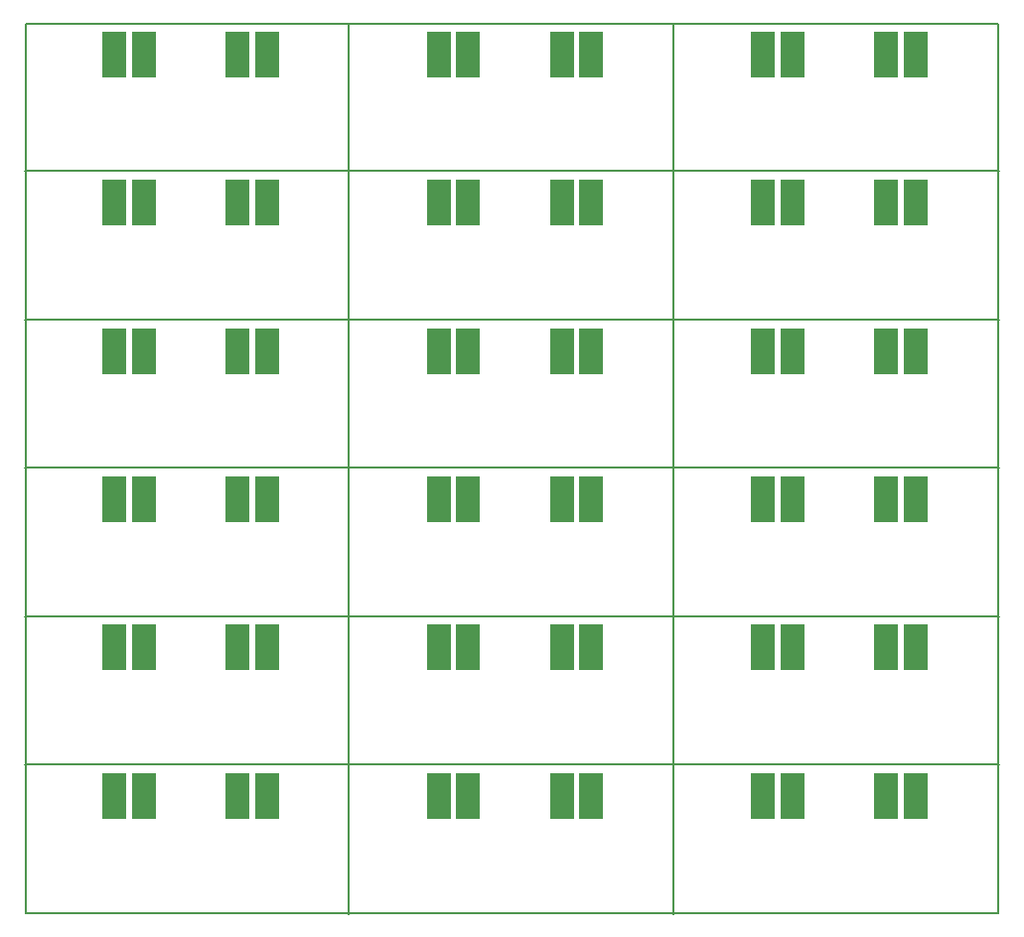
<source format=gbp>
%TF.GenerationSoftware,KiCad,Pcbnew,5.0.2+dfsg1-1*%
%TF.CreationDate,2022-04-03T13:42:16+09:00*%
%TF.ProjectId,JST-mounter_panelized,4a53542d-6d6f-4756-9e74-65725f70616e,rev?*%
%TF.SameCoordinates,Original*%
%TF.FileFunction,Paste,Bot*%
%TF.FilePolarity,Positive*%
%FSLAX46Y46*%
G04 Gerber Fmt 4.6, Leading zero omitted, Abs format (unit mm)*
G04 Created by KiCad (PCBNEW 5.0.2+dfsg1-1) date Sun 03 Apr 2022 01:42:16 PM JST*
%MOMM*%
%LPD*%
G01*
G04 APERTURE LIST*
%ADD10C,0.150000*%
%ADD11R,2.000000X4.000000*%
G04 APERTURE END LIST*
D10*
X137899998Y-117600008D02*
X220900006Y-117600008D01*
X137899998Y-104950006D02*
X220900006Y-104950006D01*
X137899998Y-92300004D02*
X220900006Y-92300004D01*
X137899998Y-79650002D02*
X220900006Y-79650002D01*
X137899998Y-67000000D02*
X220900006Y-67000000D01*
X193150002Y-54399998D02*
X193150002Y-130350012D01*
X165500000Y-54399998D02*
X165500000Y-130350012D01*
X137924999Y-130325011D02*
X137924999Y-54424999D01*
X220875005Y-130325011D02*
X137924999Y-130325011D01*
X220875005Y-54424999D02*
X220875005Y-130325011D01*
X137924999Y-54424999D02*
X220875005Y-54424999D01*
D11*
X213800004Y-120290010D03*
X213800004Y-107640008D03*
X213800004Y-94990006D03*
X213800004Y-82340004D03*
X213800004Y-69690002D03*
X213800004Y-57040000D03*
X186150002Y-120290010D03*
X186150002Y-107640008D03*
X186150002Y-94990006D03*
X186150002Y-82340004D03*
X186150002Y-69690002D03*
X186150002Y-57040000D03*
X158500000Y-120290010D03*
X158500000Y-107640008D03*
X158500000Y-94990006D03*
X158500000Y-82340004D03*
X158500000Y-69690002D03*
X211300004Y-120290010D03*
X211300004Y-107640008D03*
X211300004Y-94990006D03*
X211300004Y-82340004D03*
X211300004Y-69690002D03*
X211300004Y-57040000D03*
X183650002Y-120290010D03*
X183650002Y-107640008D03*
X183650002Y-94990006D03*
X183650002Y-82340004D03*
X183650002Y-69690002D03*
X183650002Y-57040000D03*
X156000000Y-120290010D03*
X156000000Y-107640008D03*
X156000000Y-94990006D03*
X156000000Y-82340004D03*
X156000000Y-69690002D03*
X203300004Y-120290010D03*
X203300004Y-107640008D03*
X203300004Y-94990006D03*
X203300004Y-82340004D03*
X203300004Y-69690002D03*
X203300004Y-57040000D03*
X175650002Y-120290010D03*
X175650002Y-107640008D03*
X175650002Y-94990006D03*
X175650002Y-82340004D03*
X175650002Y-69690002D03*
X175650002Y-57040000D03*
X148000000Y-120290010D03*
X148000000Y-107640008D03*
X148000000Y-94990006D03*
X148000000Y-82340004D03*
X148000000Y-69690002D03*
X200800004Y-120290010D03*
X200800004Y-107640008D03*
X200800004Y-94990006D03*
X200800004Y-82340004D03*
X200800004Y-69690002D03*
X200800004Y-57040000D03*
X173150002Y-120290010D03*
X173150002Y-107640008D03*
X173150002Y-94990006D03*
X173150002Y-82340004D03*
X173150002Y-69690002D03*
X173150002Y-57040000D03*
X145500000Y-120290010D03*
X145500000Y-107640008D03*
X145500000Y-94990006D03*
X145500000Y-82340004D03*
X145500000Y-69690002D03*
X145500000Y-57040000D03*
X148000000Y-57040000D03*
X156000000Y-57040000D03*
X158500000Y-57040000D03*
M02*

</source>
